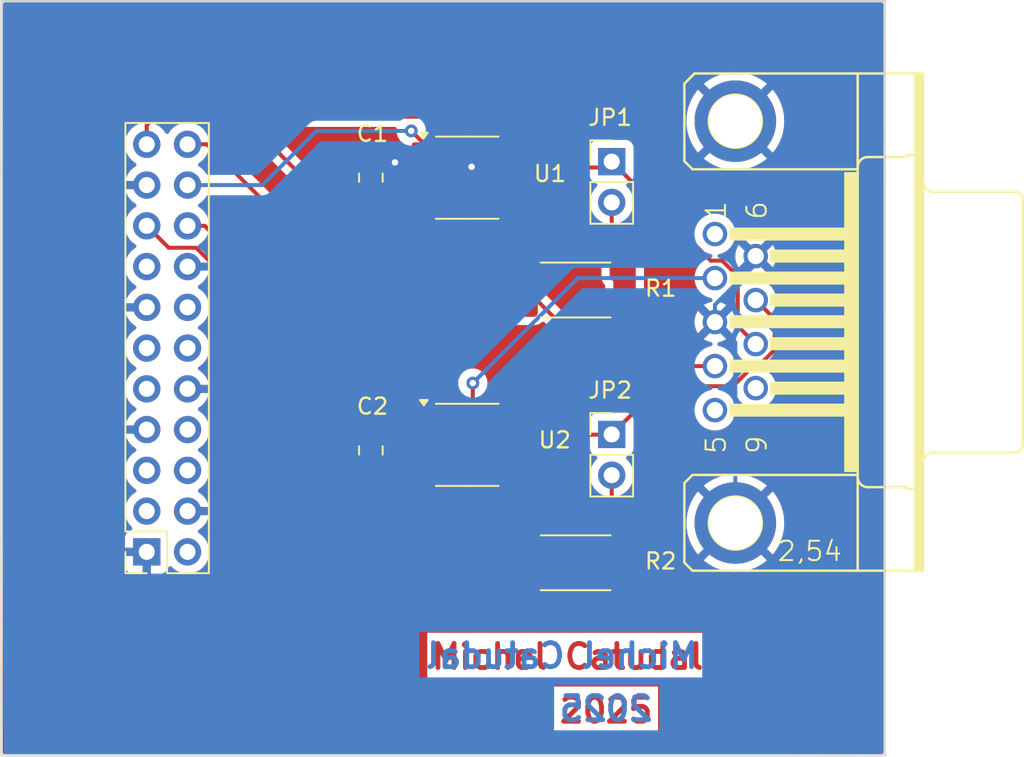
<source format=kicad_pcb>
(kicad_pcb (version 20240108) (generator "pcbnew") (generator_version "8.0")
  (title_block (date "2024-12-29"))
  (layers (0 "F.Cu" signal) (31 "B.Cu" signal) (34 "B.Paste" user) (35 "F.Paste" user) (36 "B.SilkS" user "B.Silkscreen") (37 "F.SilkS" user "F.Silkscreen") (38 "B.Mask" user) (39 "F.Mask" user) (44 "Edge.Cuts" user))
  (net 0 "")
  (net 1 "GND")
  (net 2 "+3V3")
  (net 3 "Net-(U1-CANL)")
  (net 5 "/MCAN1_TX")
  (net 7 "/MCU_MCAN1_RX")
  (net 8 "/MCAN1_RX")
  (net 9 "/MCU_MCAN1_TX")
  (net 18 "Net-(JP1-B)")
  (net 22 "Net-(U2-CANL)")
  (net 23 "Net-(JP1-A)")
  (net 24 "Net-(JP2-B)")
  (net 27 "Net-(JP2-A)")
  (footprint "Capacitor_SMD:C_0805_2012Metric_Pad1.18x1.45mm_HandSolder" (layer "F.Cu") (at 98.6 41.55 90)
    (property "Reference" "C1" (at 2.75 0.1 180) (layer "F.SilkS"))
    (property "Value" "0.1uF")
    (fp_line (start -0.261252 -0.735) (end 0.261252 -0.735) (stroke (width 0.12)) (layer "F.SilkS"))
    (fp_line (start -0.261252 0.735) (end 0.261252 0.735) (stroke (width 0.12)) (layer "F.SilkS"))
    (pad "1" smd roundrect (at -1.0375 0 90) (size 1.175 1.45) (layers "F.Cu" "F.Paste" "F.Mask") (roundrect_rratio 0.2127659574) (net 2 "+3V3"))
    (pad "2" smd roundrect (at 1.0375 0 90) (size 1.175 1.45) (layers "F.Cu" "F.Paste" "F.Mask") (roundrect_rratio 0.2127659574) (net 1 "GND"))
  )
  (footprint "Resistor_SMD:R_2512_6332Metric_Pad1.40x3.35mm_HandSolder" (layer "F.Cu") (at 111.35 48.55 180)
    (property "Reference" "R1" (at -5.3 0.1 0) (layer "F.SilkS"))
    (property "Value" "120")
    (fp_line (start -2.177064 1.71) (end 2.177064 1.71) (stroke (width 0.12)) (layer "F.SilkS"))
    (fp_line (start -2.177064 -1.71) (end 2.177064 -1.71) (stroke (width 0.12)) (layer "F.SilkS"))
    (pad "1" smd roundrect (at -3.05 0 180) (size 1.4 3.35) (layers "F.Cu" "F.Paste" "F.Mask") (roundrect_rratio 0.178571) (net 18 "Net-(JP1-B)"))
    (pad "2" smd roundrect (at 3.05 0 180) (size 1.4 3.35) (layers "F.Cu" "F.Paste" "F.Mask") (roundrect_rratio 0.178571) (net 3 "Net-(U1-CANL)"))
  )
  (footprint "catu:PinHeader_2x11_P2.54mm_reverse" (layer "F.Cu") (at 84.6 39.55)
    (property "Reference" "P3" (hide yes))
    (property "Value" "J15")
    (fp_line (start -1.29 -1.41) (end 3.91 -1.41) (stroke (width 0.12)) (layer "F.SilkS"))
    (fp_line (start -1.29 24.05) (end -1.29 -1.41) (stroke (width 0.12)) (layer "F.SilkS"))
    (fp_line (start -1.29 24.05) (end 1.31 24.05) (stroke (width 0.12)) (layer "F.SilkS"))
    (fp_line (start -1.29 25.32) (end -1.29 26.65) (stroke (width 0.12)) (layer "F.SilkS"))
    (fp_line (start -1.29 26.65) (end 0.04 26.65) (stroke (width 0.12)) (layer "F.SilkS"))
    (fp_line (start 1.31 24.05) (end 1.31 26.65) (stroke (width 0.12)) (layer "F.SilkS"))
    (fp_line (start 1.31 26.65) (end 3.91 26.65) (stroke (width 0.12)) (layer "F.SilkS"))
    (fp_line (start 3.91 26.65) (end 3.91 -1.41) (stroke (width 0.12)) (layer "F.SilkS"))
    (pad "1" thru_hole rect (at 0.04 25.32 180) (size 1.7 1.7) (drill 1) (layers "*.Cu" "*.Mask") (net 1 "GND"))
    (pad "2" thru_hole oval (at 2.58 25.32 180) (size 1.7 1.7) (drill 1) (layers "*.Cu" "*.Mask"))
    (pad "3" thru_hole oval (at 0.04 22.78 180) (size 1.7 1.7) (drill 1) (layers "*.Cu" "*.Mask"))
    (pad "4" thru_hole oval (at 2.58 22.78 180) (size 1.7 1.7) (drill 1) (layers "*.Cu" "*.Mask") (net 1 "GND"))
    (pad "5" thru_hole oval (at 0.04 20.24 180) (size 1.7 1.7) (drill 1) (layers "*.Cu" "*.Mask"))
    (pad "6" thru_hole oval (at 2.58 20.24 180) (size 1.7 1.7) (drill 1) (layers "*.Cu" "*.Mask"))
    (pad "7" thru_hole oval (at 0.04 17.7 180) (size 1.7 1.7) (drill 1) (layers "*.Cu" "*.Mask") (net 1 "GND"))
    (pad "8" thru_hole oval (at 2.58 17.7 180) (size 1.7 1.7) (drill 1) (layers "*.Cu" "*.Mask"))
    (pad "9" thru_hole oval (at 0.04 15.16 180) (size 1.7 1.7) (drill 1) (layers "*.Cu" "*.Mask"))
    (pad "10" thru_hole oval (at 2.58 15.16 180) (size 1.7 1.7) (drill 1) (layers "*.Cu" "*.Mask") (net 1 "GND"))
    (pad "11" thru_hole oval (at 0.04 12.62 180) (size 1.7 1.7) (drill 1) (layers "*.Cu" "*.Mask"))
    (pad "12" thru_hole oval (at 2.58 12.62 180) (size 1.7 1.7) (drill 1) (layers "*.Cu" "*.Mask"))
    (pad "13" thru_hole oval (at 0.04 10.08 180) (size 1.7 1.7) (drill 1) (layers "*.Cu" "*.Mask") (net 1 "GND"))
    (pad "14" thru_hole oval (at 2.58 10.08 180) (size 1.7 1.7) (drill 1) (layers "*.Cu" "*.Mask"))
    (pad "15" thru_hole oval (at 0.04 7.54 180) (size 1.7 1.7) (drill 1) (layers "*.Cu" "*.Mask"))
    (pad "16" thru_hole oval (at 2.58 7.54 180) (size 1.7 1.7) (drill 1) (layers "*.Cu" "*.Mask") (net 1 "GND"))
    (pad "17" thru_hole oval (at 0.04 5 180) (size 1.7 1.7) (drill 1) (layers "*.Cu" "*.Mask") (net 9 "/MCU_MCAN1_TX"))
    (pad "18" thru_hole oval (at 2.58 5 180) (size 1.7 1.7) (drill 1) (layers "*.Cu" "*.Mask") (net 7 "/MCU_MCAN1_RX"))
    (pad "19" thru_hole oval (at 0.04 2.46 180) (size 1.7 1.7) (drill 1) (layers "*.Cu" "*.Mask") (net 1 "GND"))
    (pad "20" thru_hole oval (at 2.58 2.46 180) (size 1.7 1.7) (drill 1) (layers "*.Cu" "*.Mask") (net 5 "/MCAN1_TX"))
    (pad "21" thru_hole oval (at 0.04 -0.08 180) (size 1.7 1.7) (drill 1) (layers "*.Cu" "*.Mask") (net 8 "/MCAN1_RX"))
    (pad "22" thru_hole oval (at 2.58 -0.08 180) (size 1.7 1.7) (drill 1) (layers "*.Cu" "*.Mask") (net 2 "+3V3"))
  )
  (footprint "Package_SO:SOIC-8_3.9x4.9mm_P1.27mm" (layer "F.Cu") (at 104.6 58.2)
    (property "Reference" "U2" (at 5.45 -0.3 0) (layer "F.SilkS"))
    (property "Value" "SN65HVD230")
    (fp_line (start 0 -2.56) (end -1.95 -2.56) (stroke (width 0.12)) (layer "F.SilkS"))
    (fp_line (start 0 -2.56) (end 1.95 -2.56) (stroke (width 0.12)) (layer "F.SilkS"))
    (fp_line (start 0 2.56) (end -1.95 2.56) (stroke (width 0.12)) (layer "F.SilkS"))
    (fp_line (start 0 2.56) (end 1.95 2.56) (stroke (width 0.12)) (layer "F.SilkS"))
    (fp_poly (pts (xy -2.7 -2.465) (xy -2.94 -2.795) (xy -2.46 -2.795) (xy -2.7 -2.465)) (stroke (width 0.12)) (fill solid) (layer "F.SilkS"))
    (pad "1" smd roundrect (at -2.475 -1.905) (size 1.95 0.6) (layers "F.Cu" "F.Paste" "F.Mask") (net 9 "/MCU_MCAN1_TX"))
    (pad "2" smd roundrect (at -2.475 -0.635) (size 1.95 0.6) (layers "F.Cu" "F.Paste" "F.Mask") (net 1 "GND"))
    (pad "3" smd roundrect (at -2.475 0.635) (size 1.95 0.6) (layers "F.Cu" "F.Paste" "F.Mask") (net 2 "+3V3"))
    (pad "4" smd roundrect (at -2.475 1.905) (size 1.95 0.6) (layers "F.Cu" "F.Paste" "F.Mask") (net 7 "/MCU_MCAN1_RX"))
    (pad "5" smd roundrect (at 2.475 1.905) (size 1.95 0.6) (layers "F.Cu" "F.Paste" "F.Mask"))
    (pad "6" smd roundrect (at 2.475 0.635) (size 1.95 0.6) (layers "F.Cu" "F.Paste" "F.Mask") (net 22 "Net-(U2-CANL)"))
    (pad "7" smd roundrect (at 2.475 -0.635) (size 1.95 0.6) (layers "F.Cu" "F.Paste" "F.Mask") (net 27 "Net-(JP2-A)"))
    (pad "8" smd roundrect (at 2.475 -1.905) (size 1.95 0.6) (layers "F.Cu" "F.Paste" "F.Mask") (net 1 "GND"))
  )
  (footprint "Connector_PinHeader_2.54mm:PinHeader_1x02_P2.54mm_Vertical" (layer "F.Cu") (at 113.6 57.55)
    (property "Reference" "JP2" (at -0.1 -2.75 0) (layer "F.SilkS"))
    (property "Value" "Enable termination resistor")
    (fp_line (start -1.33 -1.33) (end 0 -1.33) (stroke (width 0.12)) (layer "F.SilkS"))
    (fp_line (start -1.33 0) (end -1.33 -1.33) (stroke (width 0.12)) (layer "F.SilkS"))
    (fp_line (start -1.33 1.27) (end -1.33 3.87) (stroke (width 0.12)) (layer "F.SilkS"))
    (fp_line (start -1.33 1.27) (end 1.33 1.27) (stroke (width 0.12)) (layer "F.SilkS"))
    (fp_line (start -1.33 3.87) (end 1.33 3.87) (stroke (width 0.12)) (layer "F.SilkS"))
    (fp_line (start 1.33 1.27) (end 1.33 3.87) (stroke (width 0.12)) (layer "F.SilkS"))
    (pad "1" thru_hole rect (at 0 0) (size 1.7 1.7) (drill 1) (layers "*.Cu" "*.Mask") (net 27 "Net-(JP2-A)"))
    (pad "2" thru_hole oval (at 0 2.54) (size 1.7 1.7) (drill 1) (layers "*.Cu" "*.Mask") (net 24 "Net-(JP2-B)"))
  )
  (footprint "Resistor_SMD:R_2512_6332Metric_Pad1.40x3.35mm_HandSolder" (layer "F.Cu") (at 111.35 65.55 180)
    (property "Reference" "R2" (at -5.3 0.1 0) (layer "F.SilkS"))
    (property "Value" "120")
    (fp_line (start -2.177064 1.71) (end 2.177064 1.71) (stroke (width 0.12)) (layer "F.SilkS"))
    (fp_line (start -2.177064 -1.71) (end 2.177064 -1.71) (stroke (width 0.12)) (layer "F.SilkS"))
    (pad "1" smd roundrect (at -3.05 0 180) (size 1.4 3.35) (layers "F.Cu" "F.Paste" "F.Mask") (roundrect_rratio 0.178571) (net 24 "Net-(JP2-B)"))
    (pad "2" smd roundrect (at 3.05 0 180) (size 1.4 3.35) (layers "F.Cu" "F.Paste" "F.Mask") (roundrect_rratio 0.178571) (net 22 "Net-(U2-CANL)"))
  )
  (footprint "catu:F09HP" (layer "F.Cu") (at 121.3 50.55 -90)
    (property "Reference" "P1" (hide yes))
    (property "Value" "F09HP" (hide yes))
    (fp_line (start -14.859 3.175) (end -15.494 2.54) (stroke (width 0.1524)) (layer "F.SilkS"))
    (fp_line (start -10.033 3.175) (end -14.859 3.175) (stroke (width 0.1524)) (layer "F.SilkS"))
    (fp_line (start -10.033 3.175) (end -9.525 2.667) (stroke (width 0.1524)) (layer "F.SilkS"))
    (fp_line (start 10.033 3.175) (end 14.986 3.175) (stroke (width 0.1524)) (layer "F.SilkS"))
    (fp_line (start 14.986 3.175) (end 15.494 2.667) (stroke (width 0.1524)) (layer "F.SilkS"))
    (fp_line (start -9.525 2.667) (end -9.525 -7.62) (stroke (width 0.1524)) (layer "F.SilkS"))
    (fp_line (start 9.525 2.667) (end 10.033 3.175) (stroke (width 0.1524)) (layer "F.SilkS"))
    (fp_line (start 9.525 2.667) (end 9.525 -7.62) (stroke (width 0.1524)) (layer "F.SilkS"))
    (fp_line (start 15.494 2.667) (end 15.494 -7.493) (stroke (width 0.1524)) (layer "F.SilkS"))
    (fp_line (start -15.494 2.54) (end -15.494 -7.493) (stroke (width 0.1524)) (layer "F.SilkS"))
    (fp_line (start -9.271 -6.858) (end 9.271 -6.858) (stroke (width 0.1524)) (layer "F.SilkS"))
    (fp_line (start -15.494 -7.62) (end -15.494 -7.493) (stroke (width 0.1524)) (layer "F.SilkS"))
    (fp_line (start -15.494 -7.62) (end -10.414 -7.62) (stroke (width 0.1524)) (layer "F.SilkS"))
    (fp_line (start -15.494 -7.62) (end -15.494 -10.668) (stroke (width 0.1524)) (layer "F.SilkS"))
    (fp_line (start -10.414 -7.62) (end -9.525 -7.62) (stroke (width 0.1524)) (layer "F.SilkS"))
    (fp_line (start -9.525 -7.62) (end -9.271 -7.62) (stroke (width 0.1524)) (layer "F.SilkS"))
    (fp_line (start -9.271 -7.62) (end -9.271 -6.858) (stroke (width 0.1524)) (layer "F.SilkS"))
    (fp_line (start -9.271 -7.62) (end 9.271 -7.62) (stroke (width 0.1524)) (layer "F.SilkS"))
    (fp_line (start 9.271 -7.62) (end 9.271 -6.858) (stroke (width 0.1524)) (layer "F.SilkS"))
    (fp_line (start 9.271 -7.62) (end 9.525 -7.62) (stroke (width 0.1524)) (layer "F.SilkS"))
    (fp_line (start 9.525 -7.62) (end 10.414 -7.62) (stroke (width 0.1524)) (layer "F.SilkS"))
    (fp_line (start 10.414 -7.62) (end 15.494 -7.62) (stroke (width 0.1524)) (layer "F.SilkS"))
    (fp_line (start 15.494 -7.62) (end 15.494 -7.493) (stroke (width 0.1524)) (layer "F.SilkS"))
    (fp_line (start -10.287 -8.255) (end -10.287 -10.668) (stroke (width 0.1524)) (layer "F.SilkS"))
    (fp_line (start 10.287 -8.255) (end 10.287 -10.668) (stroke (width 0.1524)) (layer "F.SilkS"))
    (fp_line (start -15.494 -10.668) (end -15.494 -11.176) (stroke (width 0.1524)) (layer "F.SilkS"))
    (fp_line (start -10.414 -10.668) (end -10.287 -10.668) (stroke (width 0.1524)) (layer "F.SilkS"))
    (fp_line (start -10.414 -10.668) (end -10.414 -11.176) (stroke (width 0.1524)) (layer "F.SilkS"))
    (fp_line (start 10.287 -10.668) (end 10.414 -10.668) (stroke (width 0.1524)) (layer "F.SilkS"))
    (fp_line (start 10.414 -10.668) (end 10.414 -11.176) (stroke (width 0.1524)) (layer "F.SilkS"))
    (fp_line (start 15.494 -10.668) (end 15.494 -7.62) (stroke (width 0.1524)) (layer "F.SilkS"))
    (fp_line (start -15.494 -11.176) (end -12.954 -11.176) (stroke (width 0.1524)) (layer "F.SilkS"))
    (fp_line (start -15.494 -11.176) (end -15.494 -11.684) (stroke (width 0.1524)) (layer "F.SilkS"))
    (fp_line (start -12.954 -11.176) (end -10.414 -11.176) (stroke (width 0.1524)) (layer "F.SilkS"))
    (fp_line (start -10.414 -11.176) (end 10.414 -11.176) (stroke (width 0.1524)) (layer "F.SilkS"))
    (fp_line (start 10.414 -11.176) (end 12.954 -11.176) (stroke (width 0.1524)) (layer "F.SilkS"))
    (fp_line (start 12.954 -11.176) (end 15.494 -11.176) (stroke (width 0.1524)) (layer "F.SilkS"))
    (fp_line (start 15.494 -11.176) (end 15.494 -10.668) (stroke (width 0.1524)) (layer "F.SilkS"))
    (fp_line (start -15.494 -11.684) (end -7.747 -11.684) (stroke (width 0.1524)) (layer "F.SilkS"))
    (fp_line (start -7.747 -11.684) (end 7.747 -11.684) (stroke (width 0.1524)) (layer "F.SilkS"))
    (fp_line (start 7.747 -11.684) (end 15.494 -11.684) (stroke (width 0.1524)) (layer "F.SilkS"))
    (fp_line (start 15.494 -11.684) (end 15.494 -11.176) (stroke (width 0.1524)) (layer "F.SilkS"))
    (fp_line (start -8.128 -12.319) (end -8.128 -17.399) (stroke (width 0.1524)) (layer "F.SilkS"))
    (fp_line (start 8.128 -12.319) (end 8.128 -17.399) (stroke (width 0.1524)) (layer "F.SilkS"))
    (fp_line (start -7.62 -17.907) (end -7.366 -17.907) (stroke (width 0.1524)) (layer "F.SilkS"))
    (fp_line (start -7.366 -17.907) (end 7.366 -17.907) (stroke (width 0.1524)) (layer "F.SilkS"))
    (fp_line (start 7.366 -17.907) (end 7.62 -17.907) (stroke (width 0.1524)) (layer "F.SilkS"))
    (fp_arc (start -9.652 -7.62) (mid -10.101013 -7.805987) (end -10.287 -8.255) (stroke (width 0.1524)) (layer "F.SilkS"))
    (fp_arc (start 10.287 -8.255) (mid 10.101013 -7.805987) (end 9.652 -7.62) (stroke (width 0.1524)) (layer "F.SilkS"))
    (fp_arc (start 8.763 -11.684) (mid 8.313987 -11.869987) (end 8.128 -12.319) (stroke (width 0.1524)) (layer "F.SilkS"))
    (fp_arc (start -8.128 -12.319) (mid -8.313987 -11.869987) (end -8.763 -11.684) (stroke (width 0.1524)) (layer "F.SilkS"))
    (fp_arc (start -8.128 -17.399) (mid -7.97921 -17.75821) (end -7.62 -17.907) (stroke (width 0.1524)) (layer "F.SilkS"))
    (fp_arc (start 7.62 -17.907) (mid 7.97921 -17.75821) (end 8.128 -17.399) (stroke (width 0.1524)) (layer "F.SilkS"))
    (fp_circle (center -12.5222 0) (end -10.8712 0) (stroke (width 0.1524)) (fill none) (layer "F.SilkS"))
    (fp_circle (center 12.5222 0) (end 14.1732 0) (stroke (width 0.1524)) (fill none) (layer "F.SilkS"))
    (fp_poly (pts (xy -5.8928 0.381) (xy -5.08 0.381) (xy -5.08 -6.858) (xy -5.8928 -6.858)) (fill solid) (layer "F.SilkS"))
    (fp_poly (pts (xy -3.1496 0.381) (xy -2.3368 0.381) (xy -2.3368 -6.858) (xy -3.1496 -6.858)) (fill solid) (layer "F.SilkS"))
    (fp_poly (pts (xy -0.4318 0.381) (xy 0.381 0.381) (xy 0.381 -6.858) (xy -0.4318 -6.858)) (fill solid) (layer "F.SilkS"))
    (fp_poly (pts (xy 2.3368 0.381) (xy 3.1496 0.381) (xy 3.1496 -6.858) (xy 2.3368 -6.858)) (fill solid) (layer "F.SilkS"))
    (fp_poly (pts (xy 5.08 0.381) (xy 5.8928 0.381) (xy 5.8928 -6.858) (xy 5.08 -6.858)) (fill solid) (layer "F.SilkS"))
    (fp_poly (pts (xy -4.5212 -2.159) (xy -3.7084 -2.159) (xy -3.7084 -6.858) (xy -4.5212 -6.858)) (fill solid) (layer "F.SilkS"))
    (fp_poly (pts (xy -1.778 -2.159) (xy -0.9652 -2.159) (xy -0.9652 -6.858) (xy -1.778 -6.858)) (fill solid) (layer "F.SilkS"))
    (fp_poly (pts (xy 0.9398 -2.159) (xy 1.7526 -2.159) (xy 1.7526 -6.858) (xy 0.9398 -6.858)) (fill solid) (layer "F.SilkS"))
    (fp_poly (pts (xy 3.7084 -2.159) (xy 4.5212 -2.159) (xy 4.5212 -6.858) (xy 3.7084 -6.858)) (fill solid) (layer "F.SilkS"))
    (fp_poly (pts (xy -9.271 -6.858) (xy 9.271 -6.858) (xy 9.271 -7.62) (xy -9.271 -7.62)) (fill solid) (layer "F.SilkS"))
    (fp_poly (pts (xy -15.494 -11.176) (xy 15.494 -11.176) (xy 15.494 -11.684) (xy -15.494 -11.684)) (fill solid) (layer "F.SilkS"))
    (fp_text user "6" (at -7.62 -0.635 90) (layer "F.SilkS") (effects (font (size 1.2065 1.2065) (thickness 0.127)) (justify right top)))
    (fp_text user "1" (at -7.62 1.905 90) (layer "F.SilkS") (effects (font (size 1.2065 1.2065) (thickness 0.127)) (justify right top)))
    (fp_text user "9" (at 6.985 -0.635 90) (layer "F.SilkS") (effects (font (size 1.2065 1.2065) (thickness 0.127)) (justify right top)))
    (fp_text user "2,54" (at 14.986 -2.54 0) (layer "F.SilkS") (effects (font (size 1.2065 1.2065) (thickness 0.127)) (justify left bottom)))
    (fp_text user "5" (at 6.985 1.905 90) (layer "F.SilkS") (effects (font (size 1.2065 1.2065) (thickness 0.127)) (justify right top)))
    (pad "1" thru_hole circle (at -5.4864 1.27 270) (size 1.524 1.524) (drill 1.016) (layers "*.Cu" "*.Mask"))
    (pad "2" thru_hole circle (at -2.7432 1.27 270) (size 1.524 1.524) (drill 1.016) (layers "*.Cu" "*.Mask") (net 22 "Net-(U2-CANL)"))
    (pad "3" thru_hole circle (at 0 1.27 270) (size 1.524 1.524) (drill 1.016) (layers "*.Cu" "*.Mask") (net 1 "GND"))
    (pad "4" thru_hole circle (at 2.7432 1.27 270) (size 1.524 1.524) (drill 1.016) (layers "*.Cu" "*.Mask") (net 3 "Net-(U1-CANL)"))
    (pad "5" thru_hole circle (at 5.4864 1.27 270) (size 1.524 1.524) (drill 1.016) (layers "*.Cu" "*.Mask"))
    (pad "6" thru_hole circle (at -4.1148 -1.27 270) (size 1.524 1.524) (drill 1.016) (layers "*.Cu" "*.Mask") (net 1 "GND"))
    (pad "7" thru_hole circle (at -1.3716 -1.27 270) (size 1.524 1.524) (drill 1.016) (layers "*.Cu" "*.Mask") (net 27 "Net-(JP2-A)"))
    (pad "8" thru_hole circle (at 1.3716 -1.27 270) (size 1.524 1.524) (drill 1.016) (layers "*.Cu" "*.Mask") (net 23 "Net-(JP1-A)"))
    (pad "9" thru_hole circle (at 4.1148 -1.27 270) (size 1.524 1.524) (drill 1.016) (layers "*.Cu" "*.Mask"))
    (pad "G1" thru_hole circle (at -12.5222 0 270) (size 5.08 5.08) (drill 3.302) (layers "*.Cu" "*.Mask") (net 1 "GND"))
    (pad "G2" thru_hole circle (at 12.5222 0 270) (size 5.08 5.08) (drill 3.302) (layers "*.Cu" "*.Mask") (net 1 "GND"))
  )
  (footprint "Package_SO:SOIC-8_3.9x4.9mm_P1.27mm" (layer "F.Cu") (at 104.6 41.55)
    (property "Reference" "U1" (at 5.15 -0.25 0) (layer "F.SilkS"))
    (property "Value" "SN65HVD230")
    (fp_line (start 0 -2.56) (end -1.95 -2.56) (stroke (width 0.12)) (layer "F.SilkS"))
    (fp_line (start 0 -2.56) (end 1.95 -2.56) (stroke (width 0.12)) (layer "F.SilkS"))
    (fp_line (start 0 2.56) (end -1.95 2.56) (stroke (width 0.12)) (layer "F.SilkS"))
    (fp_line (start 0 2.56) (end 1.95 2.56) (stroke (width 0.12)) (layer "F.SilkS"))
    (fp_poly (pts (xy -2.7 -2.465) (xy -2.94 -2.795) (xy -2.46 -2.795) (xy -2.7 -2.465)) (stroke (width 0.12)) (fill solid) (layer "F.SilkS"))
    (pad "1" smd roundrect (at -2.475 -1.905) (size 1.95 0.6) (layers "F.Cu" "F.Paste" "F.Mask") (net 5 "/MCAN1_TX"))
    (pad "2" smd roundrect (at -2.475 -0.635) (size 1.95 0.6) (layers "F.Cu" "F.Paste" "F.Mask") (net 1 "GND"))
    (pad "3" smd roundrect (at -2.475 0.635) (size 1.95 0.6) (layers "F.Cu" "F.Paste" "F.Mask") (net 2 "+3V3"))
    (pad "4" smd roundrect (at -2.475 1.905) (size 1.95 0.6) (layers "F.Cu" "F.Paste" "F.Mask") (net 8 "/MCAN1_RX"))
    (pad "5" smd roundrect (at 2.475 1.905) (size 1.95 0.6) (layers "F.Cu" "F.Paste" "F.Mask"))
    (pad "6" smd roundrect (at 2.475 0.635) (size 1.95 0.6) (layers "F.Cu" "F.Paste" "F.Mask") (net 3 "Net-(U1-CANL)"))
    (pad "7" smd roundrect (at 2.475 -0.635) (size 1.95 0.6) (layers "F.Cu" "F.Paste" "F.Mask") (net 23 "Net-(JP1-A)"))
    (pad "8" smd roundrect (at 2.475 -1.905) (size 1.95 0.6) (layers "F.Cu" "F.Paste" "F.Mask") (net 1 "GND"))
  )
  (footprint "Connector_PinHeader_2.54mm:PinHeader_1x02_P2.54mm_Vertical" (layer "F.Cu") (at 113.6 40.55)
    (property "Reference" "JP1" (at -0.1 -2.75 0) (layer "F.SilkS"))
    (property "Value" "Enable termination resistor")
    (fp_line (start -1.33 -1.33) (end 0 -1.33) (stroke (width 0.12)) (layer "F.SilkS"))
    (fp_line (start -1.33 0) (end -1.33 -1.33) (stroke (width 0.12)) (layer "F.SilkS"))
    (fp_line (start -1.33 1.27) (end -1.33 3.87) (stroke (width 0.12)) (layer "F.SilkS"))
    (fp_line (start -1.33 1.27) (end 1.33 1.27) (stroke (width 0.12)) (layer "F.SilkS"))
    (fp_line (start -1.33 3.87) (end 1.33 3.87) (stroke (width 0.12)) (layer "F.SilkS"))
    (fp_line (start 1.33 1.27) (end 1.33 3.87) (stroke (width 0.12)) (layer "F.SilkS"))
    (pad "1" thru_hole rect (at 0 0) (size 1.7 1.7) (drill 1) (layers "*.Cu" "*.Mask") (net 23 "Net-(JP1-A)"))
    (pad "2" thru_hole oval (at 0 2.54) (size 1.7 1.7) (drill 1) (layers "*.Cu" "*.Mask") (net 18 "Net-(JP1-B)"))
  )
  (footprint "Capacitor_SMD:C_0805_2012Metric_Pad1.18x1.45mm_HandSolder" (layer "F.Cu") (at 98.6 58.55 90)
    (property "Reference" "C2" (at 2.75 0.1 180) (layer "F.SilkS"))
    (property "Value" "0.1uF")
    (fp_line (start -0.261252 -0.735) (end 0.261252 -0.735) (stroke (width 0.12)) (layer "F.SilkS"))
    (fp_line (start -0.261252 0.735) (end 0.261252 0.735) (stroke (width 0.12)) (layer "F.SilkS"))
    (pad "1" smd roundrect (at -1.0375 0 90) (size 1.175 1.45) (layers "F.Cu" "F.Paste" "F.Mask") (roundrect_rratio 0.212766) (net 2 "+3V3"))
    (pad "2" smd roundrect (at 1.0375 0 90) (size 1.175 1.45) (layers "F.Cu" "F.Paste" "F.Mask") (roundrect_rratio 0.212766) (net 1 "GND"))
  )
  (gr_line (start 75.6 77.55) (end 75.6 30.55) (stroke (width 0.15)) (layer "Edge.Cuts"))
  (gr_line (start 130.6 77.55) (end 75.6 77.55) (stroke (width 0.15)) (layer "Edge.Cuts"))
  (gr_line (start 130.6 30.55) (end 75.6 30.55) (stroke (width 0.15)) (layer "Edge.Cuts"))
  (gr_line (start 130.6 30.55) (end 130.6 77.55) (stroke (width 0.15)) (layer "Edge.Cuts"))
  (gr_text "Michel Catudal\n" (at 110.85 71.4 0) (layer "F.Cu") (effects (font (size 1.5 1.5) (thickness 0.3))))
  (gr_text "2025" (at 113.25 74.75 0) (layer "F.Cu") (effects (font (size 1.5 1.5) (thickness 0.3))))
  (gr_text "2025" (at 113.25 74.65 0) (layer "B.Cu") (effects (font (size 1.5 1.5) (thickness 0.3)) (justify mirror)))
  (gr_text "Michel Catudal" (at 110.5 71.35 0) (layer "B.Cu") (effects (font (size 1.5 1.5) (thickness 0.3)) (justify mirror)))
  (segment (start 104.8725 40.8725) (end 104.872501 40.8725) (width 0.25) (layer "F.Cu") (net 1))
  (segment (start 98.6 57.5125) (end 102.0725 57.5125) (width 0.25) (layer "F.Cu") (net 1))
  (segment (start 100.1 40.6) (end 100.45 40.95) (width 0.25) (layer "F.Cu") (net 1))
  (segment (start 102.0725 57.5125) (end 102.125 57.565) (width 0.25) (layer "F.Cu") (net 1))
  (segment (start 104.8725 40.872501) (end 104.8725 40.8725) (width 0.25) (layer "F.Cu") (net 1))
  (segment (start 98.6 40.5125) (end 100.0125 40.5125) (width 0.25) (layer "F.Cu") (net 1))
  (segment (start 104.8 40.945001) (end 104.8725 40.872501) (width 0.25) (layer "F.Cu") (net 1))
  (segment (start 104.872501 40.8725) (end 106.100001 39.645) (width 0.25) (layer "F.Cu") (net 1))
  (segment (start 100.0125 40.5125) (end 100.1 40.6) (width 0.25) (layer "F.Cu") (net 1))
  (segment (start 87.18 54.71) (end 95.7975 54.71) (width 0.25) (layer "F.Cu") (net 1))
  (segment (start 100.485 40.915) (end 102.125 40.915) (width 0.25) (layer "F.Cu") (net 1))
  (segment (start 100.45 40.95) (end 100.485 40.915) (width 0.25) (layer "F.Cu") (net 1))
  (segment (start 95.7975 54.71) (end 98.6 57.5125) (width 0.25) (layer "F.Cu") (net 1))
  (segment (start 106.100001 39.645) (end 107.075 39.645) (width 0.25) (layer "F.Cu") (net 1))
  (via (at 104.8725 40.8725) (size 0.8) (drill 0.4) (layers "F.Cu" "B.Cu") (net 1))
  (via (at 100.1 40.6) (size 0.8) (drill 0.4) (layers "F.Cu" "B.Cu") (net 1))
  (segment (start 121.3 51.82) (end 121.3 63.0722) (width 0.25) (layer "B.Cu") (net 1))
  (segment (start 100.1 40.6) (end 93.61 47.09) (width 0.25) (layer "B.Cu") (net 1))
  (segment (start 93.61 47.09) (end 87.18 47.09) (width 0.25) (layer "B.Cu") (net 1))
  (segment (start 120.03 50.55) (end 120.03 49.47237) (width 0.25) (layer "B.Cu") (net 1))
  (segment (start 122.57 46.93237) (end 122.57 46.4352) (width 0.25) (layer "B.Cu") (net 1))
  (segment (start 100.1 40.6) (end 104.6 40.6) (width 0.25) (layer "B.Cu") (net 1))
  (segment (start 120.03 49.47237) (end 122.57 46.93237) (width 0.25) (layer "B.Cu") (net 1))
  (segment (start 104.6 40.6) (end 104.8725 40.8725) (width 0.25) (layer "B.Cu") (net 1))
  (segment (start 120.03 50.55) (end 121.3 51.82) (width 0.25) (layer "B.Cu") (net 1))
  (segment (start 92.32 39.47) (end 95.4375 42.5875) (width 0.25) (layer "F.Cu") (net 2))
  (segment (start 87.18 39.47) (end 92.32 39.47) (width 0.25) (layer "F.Cu") (net 2))
  (segment (start 95.4375 42.5875) (end 98.6 42.5875) (width 0.25) (layer "F.Cu") (net 2))
  (segment (start 104.15 59.85) (end 103.27 60.73) (width 0.25) (layer "F.Cu") (net 2))
  (segment (start 88.382081 39.47) (end 104.15 55.237919) (width 0.25) (layer "F.Cu") (net 2))
  (segment (start 99.8125 42.5875) (end 100.2 42.2) (width 0.25) (layer "F.Cu") (net 2))
  (segment (start 100.2 42.2) (end 100.65 42.2) (width 0.25) (layer "F.Cu") (net 2))
  (segment (start 98.6 59.5875) (end 99.3525 58.835) (width 0.25) (layer "F.Cu") (net 2))
  (segment (start 98.6 42.5875) (end 99.8125 42.5875) (width 0.25) (layer "F.Cu") (net 2))
  (segment (start 100.665 42.185) (end 102.125 42.185) (width 0.25) (layer "F.Cu") (net 2))
  (segment (start 100.65 42.2) (end 100.665 42.185) (width 0.25) (layer "F.Cu") (net 2))
  (segment (start 87.18 39.47) (end 88.382081 39.47) (width 0.25) (layer "F.Cu") (net 2))
  (segment (start 103.27 60.73) (end 99.7425 60.73) (width 0.25) (layer "F.Cu") (net 2))
  (segment (start 99.7425 60.73) (end 98.6 59.5875) (width 0.25) (layer "F.Cu") (net 2))
  (segment (start 99.3525 58.835) (end 102.125 58.835) (width 0.25) (layer "F.Cu") (net 2))
  (segment (start 104.15 55.237919) (end 104.15 59.85) (width 0.25) (layer "F.Cu") (net 2))
  (segment (start 108.3 48.55) (end 113.0432 53.2932) (width 0.25) (layer "F.Cu") (net 3))
  (segment (start 108.7 48.15) (end 108.3 48.55) (width 0.25) (layer "F.Cu") (net 3))
  (segment (start 108.7 42.835001) (end 108.7 48.15) (width 0.25) (layer "F.Cu") (net 3))
  (segment (start 107.075 42.185) (end 108.049999 42.185) (width 0.25) (layer "F.Cu") (net 3))
  (segment (start 108.049999 42.185) (end 108.7 42.835001) (width 0.25) (layer "F.Cu") (net 3))
  (segment (start 113.0432 53.2932) (end 120.03 53.2932) (width 0.25) (layer "F.Cu") (net 3))
  (segment (start 101.115 38.635) (end 102.125 39.645) (width 0.25) (layer "F.Cu") (net 5))
  (via (at 101.115 38.635) (size 0.8) (drill 0.4) (layers "F.Cu" "B.Cu") (net 5))
  (segment (start 101.115 38.635) (end 95.215 38.635) (width 0.25) (layer "B.Cu") (net 5))
  (segment (start 91.84 42.01) (end 87.18 42.01) (width 0.25) (layer "B.Cu") (net 5))
  (segment (start 95.215 38.635) (end 91.84 42.01) (width 0.25) (layer "B.Cu") (net 5))
  (segment (start 103.7 59.65) (end 103.6 59.65) (width 0.25) (layer "F.Cu") (net 7))
  (segment (start 87.18 44.55) (end 88.25 44.55) (width 0.25) (layer "F.Cu") (net 7))
  (segment (start 88.25 44.55) (end 97.6 53.9) (width 0.25) (layer "F.Cu") (net 7))
  (segment (start 97.6 53.9) (end 101.4 53.9) (width 0.25) (layer "F.Cu") (net 7))
  (segment (start 101.4 53.9) (end 103.7 56.2) (width 0.25) (layer "F.Cu") (net 7))
  (segment (start 103.145 60.105) (end 102.125 60.105) (width 0.25) (layer "F.Cu") (net 7))
  (segment (start 103.7 56.2) (end 103.7 59.65) (width 0.25) (layer "F.Cu") (net 7))
  (segment (start 103.6 59.65) (end 103.145 60.105) (width 0.25) (layer "F.Cu") (net 7))
  (segment (start 102 37.75) (end 103.45 39.2) (width 0.25) (layer "F.Cu") (net 8))
  (segment (start 84.64 39.47) (end 84.64 38.267919) (width 0.25) (layer "F.Cu") (net 8))
  (segment (start 84.64 38.267919) (end 85.157919 37.75) (width 0.25) (layer "F.Cu") (net 8))
  (segment (start 103.45 43.104999) (end 103.099999 43.455) (width 0.25) (layer "F.Cu") (net 8))
  (segment (start 103.45 39.2) (end 103.45 43.104999) (width 0.25) (layer "F.Cu") (net 8))
  (segment (start 103.099999 43.455) (end 102.125 43.455) (width 0.25) (layer "F.Cu") (net 8))
  (segment (start 85.157919 37.75) (end 102 37.75) (width 0.25) (layer "F.Cu") (net 8))
  (segment (start 87.715 45.915) (end 98.095 56.295) (width 0.25) (layer "F.Cu") (net 9))
  (segment (start 84.64 44.55) (end 86.005 45.915) (width 0.25) (layer "F.Cu") (net 9))
  (segment (start 86.005 45.915) (end 87.715 45.915) (width 0.25) (layer "F.Cu") (net 9))
  (segment (start 98.095 56.295) (end 102.125 56.295) (width 0.25) (layer "F.Cu") (net 9))
  (segment (start 113.6 47.75) (end 114.4 48.55) (width 0.25) (layer "F.Cu") (net 18))
  (segment (start 113.6 43.09) (end 113.6 47.75) (width 0.25) (layer "F.Cu") (net 18))
  (segment (start 105.75 59.185001) (end 105.75 63) (width 0.25) (layer "F.Cu") (net 22))
  (segment (start 105.75 63) (end 108.3 65.55) (width 0.25) (layer "F.Cu") (net 22))
  (segment (start 106.100001 58.835) (end 104.95 57.684999) (width 0.25) (layer "F.Cu") (net 22))
  (segment (start 107.075 58.835) (end 106.100001 58.835) (width 0.25) (layer "F.Cu") (net 22))
  (segment (start 104.95 57.684999) (end 104.95 54.35) (width 0.25) (layer "F.Cu") (net 22))
  (segment (start 106.100001 58.835) (end 105.75 59.185001) (width 0.25) (layer "F.Cu") (net 22))
  (via (at 104.95 54.35) (size 0.8) (drill 0.4) (layers "F.Cu" "B.Cu") (net 22))
  (segment (start 111.4932 47.8068) (end 120.03 47.8068) (width 0.25) (layer "B.Cu") (net 22))
  (segment (start 104.95 54.35) (end 111.4932 47.8068) (width 0.25) (layer "B.Cu") (net 22))
  (segment (start 113.6 40.55) (end 119.7698 46.7198) (width 0.25) (layer "F.Cu") (net 23))
  (segment (start 121.45 47.689549) (end 121.45 50.8016) (width 0.25) (layer "F.Cu") (net 23))
  (segment (start 121.45 50.8016) (end 122.57 51.9216) (width 0.25) (layer "F.Cu") (net 23))
  (segment (start 107.075 40.915) (end 113.235 40.915) (width 0.25) (layer "F.Cu") (net 23))
  (segment (start 113.235 40.915) (end 113.6 40.55) (width 0.25) (layer "F.Cu") (net 23))
  (segment (start 119.7698 46.7198) (end 120.480251 46.7198) (width 0.25) (layer "F.Cu") (net 23))
  (segment (start 120.480251 46.7198) (end 121.45 47.689549) (width 0.25) (layer "F.Cu") (net 23))
  (segment (start 113.6 60.09) (end 113.6 64.75) (width 0.25) (layer "F.Cu") (net 24))
  (segment (start 113.6 64.75) (end 114.4 65.55) (width 0.25) (layer "F.Cu") (net 24))
  (segment (start 122.978851 53.05) (end 123.75 52.278851) (width 0.25) (layer "F.Cu") (net 27))
  (segment (start 122.647549 53.05) (end 122.978851 53.05) (width 0.25) (layer "F.Cu") (net 27))
  (segment (start 123.75 50.3584) (end 122.57 49.1784) (width 0.25) (layer "F.Cu") (net 27))
  (segment (start 113.585 57.565) (end 113.6 57.55) (width 0.25) (layer "F.Cu") (net 27))
  (segment (start 121.15 54.547549) (end 122.647549 53.05) (width 0.25) (layer "F.Cu") (net 27))
  (segment (start 113.6 57.55) (end 116.602451 54.547549) (width 0.25) (layer "F.Cu") (net 27))
  (segment (start 116.602451 54.547549) (end 121.15 54.547549) (width 0.25) (layer "F.Cu") (net 27))
  (segment (start 107.075 57.565) (end 113.585 57.565) (width 0.25) (layer "F.Cu") (net 27))
  (segment (start 123.75 52.278851) (end 123.75 50.3584) (width 0.25) (layer "F.Cu") (net 27))
  (zone (net 1) (net_name "GND") (layer "F.Cu") (connect_pads (clearance 0.508)) (min_thickness 0.254) (fill yes (thermal_gap 0.508) (thermal_bridge_width 0.508))
    (polygon (pts (xy 130.55 77.6) (xy 75.6 77.65) (xy 75.7 30.5) (xy 130.5 30.55)))
  )
  (zone (net 1) (net_name "GND") (layer "B.Cu") (connect_pads (clearance 0.508)) (min_thickness 0.254) (fill yes (thermal_gap 0.508) (thermal_bridge_width 0.508))
    (polygon (pts (xy 130.7 77.45) (xy 75.75 77.65) (xy 75.5 30.55) (xy 130.65 30.55)))
  )
)
</source>
